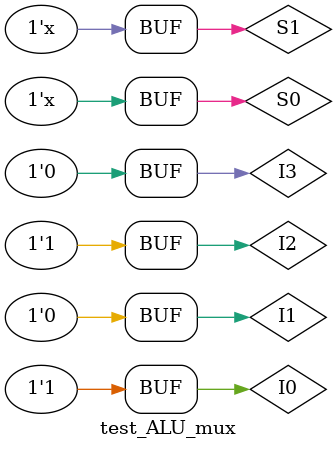
<source format=v>
/* *********************************************************************** */
/*** WRITE THE CODE OF 1-BIT ALU HERE ***/
/* 1- BIT ALU CODE BEGINS HERE */
module oneBitALU (Result, Co, a, b, Cin, b_invert, operation);
   input a, b, Cin, b_invert;
   input [1:0] operation;
   output Result, Co;
   wire xorBBinv, aB, a_b, sum;
   xor (xorBBinv, b, b_invert);
   and (aB, a, xorBBinv);
   or (a_b, a, xorBBinv);
   fullAdder FA1 (a, xorBBinv, Cin, Co, sum);
   fourXOneMux ALUMux (Result, aB, a_b, sum, 1'b0, operation[0], operation[1]);
endmodule
/* 1- BIT ALU CODE ENDS HERE */
/* *********************************************************************** */

module halfAdder (S,C,x,y); 
   input x,y; 
   output S,C; 
//Instantiate primitive gates 
   xor (S,x,y); 
   and (C,x,y); 
endmodule

module fullAdder(x,y,z,C,S); //full adder with cascading halfadders
   input x,y,z; 
   output S,C; 
   wire S1,D1,D2; //Outputs of first XOR and two AND gates 
//Instantiate the halfadders 
    halfAdder HA1 (S1,D1,x,y), 
              HA2 (S,D2,S1,z); 
    or g1(C,D2,D1); 
endmodule

/* *********************************************************************** */

/*** WRITE THE CODE OF 4x1 MUX HERE (FROM LAB 7 PART 1a. ***/
/* 4x1 MUX CODE BEGINS HERE */
module fourXOneMux    (Y, I0, I1, I2, I3, S0, S1);
   output Y;
   input I0, I1, I2, I3, S0, S1;
   wire T0, T1, T2, T3, S0bar, S1bar;
   not (S0bar, S0);
   not (S1bar, S1);
   and (T0, I0, S1bar, S0bar);
   and (T1, I1, S1bar, S0);
   and (T2, I2, S1, S0bar);
   and (T3, I3, S1, S0);
   or (Y, T0, T1, T2, T3);
endmodule
/* 4x1 MUX CODE ENDS HERE */


/* *********************************************************************** */

/*** WRITE THE CODE OF 4-BIT ALU HERE ***/
/* 4- BIT ALU CODE BEGINS HERE */
module fourBitALU (Result, overflow, A, B, Operation);
   input [2:0] Operation;
   input [3:0] A, B;
   output [3:0] Result;
   output overflow;
   wire C0, C1, C2;
   oneBitALU ALU0 (Result[0], C0, A[0], B[0], Operation[2], Operation[2], Operation[1:0]);
   oneBitALU ALU1 (Result[1], C1, A[1], B[1], C0, Operation[2], Operation[1:0]);
   oneBitALU ALU2 (Result[2], C2, A[2], B[2], C1, Operation[2], Operation[1:0]);
   oneBitALU ALU3 (Result[3], overflow, A[3], B[3], C2, Operation[2], Operation[1:0]);
endmodule
/* 4- BIT ALU CODE ENDS HERE */


/* *********************************************************************** */
/* WRITE THE BEHAVIORAL CODE OF LI DECODER HERE */
// LI decoder. 0 if 100, 1 otherwise
module liDecoder (dectomux, opcode8, opcode7, opcode6);
   input opcode8, opcode7, opcode6;
   output dectomux;
   assign dectomux = (opcode8 == 1'b1 && opcode7 == 1'b0 && opcode6 == 1'b0)? 1'b0 : 1'b1;
endmodule
/* LI DECODER CODE ENDS HERE */


/* *********************************************************************** */


/* *********************************************************************** */
/* WRITE THE BEHAVIORAL CODE OF QUADRUPLE 2x1 MUX HERE */
// QUADRUPLE 2x1 MUX CODE STARTS HERE
module quadTwoXOneMux (Y, I0, I1, S);
   input S;
   input [3:0] I0, I1;
   output [3:0] Y;
   //reg [3:0] Y;
   assign Y = (S)? I1 : I0;
//   always @ (S)
//   case (S)
//      1'b0:
//         Y = I0;
//      1'b1:
//         Y = I1;
//   endcase
endmodule
/* QUADRUPLE 2x1 MUX CODE ENDS HERE */


/* *********************************************************************** */




/* 1-BIT D-FF STARTS HERE: BEHAVIORAL MODELING (NEG EDGE TRIGGER)*/
//D flip-flop
module DLatch(D, En, Q);
   input D, En;
   output Q;
   wire Dbar, T1, T2, Qbar;
   not (Dbar, D);
   nand (T1, D, En);
   nand (T2, Dbar, En);
   nand (Q, T1, Qbar);
   nand (Qbar, T2, Q);
endmodule

module DFlipFlop(D, En, Q);
   input D, En;
   output Q;
   wire EnBar, Y;
   not (EnBar, En);
   DLatch DL1 (D, En, Y);
   DLatch DL2 (Y, EnBar, Q);
endmodule
//1- BIT DFF ENDS HERE 


/* *********************************************************************** */



/* 9-bit INSTRUCTION REGISTRER STARTS HERE: USING 1-bit DFF*/
// Instruction register. Must be completed. 
module NineBitRegister (In, CLK, Out);
   input[8:0] In;
   input CLK;
   output[8:0] Out;
   DFlipFlop DFF0 (In[0], CLK, Out[0]);
   DFlipFlop DFF1 (In[1], CLK, Out[1]);
   DFlipFlop DFF2 (In[2], CLK, Out[2]);
   DFlipFlop DFF3 (In[3], CLK, Out[3]);
   DFlipFlop DFF4 (In[4], CLK, Out[4]);
   DFlipFlop DFF5 (In[5], CLK, Out[5]);
   DFlipFlop DFF6 (In[6], CLK, Out[6]);
   DFlipFlop DFF7 (In[7], CLK, Out[7]);
   DFlipFlop DFF8 (In[8], CLK, Out[8]);
endmodule
/* INSTRUCTION REGISTER ENDS HERE */



/* *********************************************************************** */



/* 4-bit register file implemented in behavioral modeling (don't change it).*/
module regfile (ReadReg1,ReadReg2,WriteReg,WriteData,ReadData1,ReadData2,CLK);
  input [1:0] ReadReg1,ReadReg2,WriteReg;
  input [3:0] WriteData;
  input CLK;
  output [3:0] ReadData1,ReadData2;
  reg [3:0] Regs[0:3]; 
  assign ReadData1 = Regs[ReadReg1];
  assign ReadData2 = Regs[ReadReg2];
  initial Regs[0] = 0;
  always @(negedge CLK)
     Regs[WriteReg] <= WriteData;
endmodule


/* *********************************************************************** */



// FINAL CPU MODULE STARTS HERE *//
// FINISH THE CODE //


module cpu (Instruction, WriteData, CLK);
   input [8:0] Instruction; // 9bits for mips instructions
   input CLK; // clock
   output [3:0] WriteData; // 4bit output of cp
   
   wire [8:0] IR; // instruction register
   
// Declare more wires as needed
   wire dectomux, oF;
   wire [3:0] result;
   wire [3:0] A, B;   // ReadData Wires
/* INSTANTIATE ALL THE MODULES AS PER FIGURE 1. The OP code and other fiels of this register that have to be 
   passed to other modules must be represented by their respective 
   indices (see the register file instance below).
*/
   NineBitRegister register (Instruction, CLK, IR);



// Define the module for the quadruple 2x1 mux and instatiate it here.
   quadTwoXOneMux mux (WriteData, IR[5:2], result, dectomux);

   

// Define the module for the LI decoder and instantiate it here.
   liDecoder li (dectomux, IR[8], IR[7], IR[6]);
   

// register file (the module definition is incuded in this file)
   regfile regs(IR[5:4],IR[3:2],IR[1:0], WriteData, A, B, CLK);



// Define a module for the ALU and instantiate it here.
   fourBitALU fBALU (result, oF, A, B, IR[8:6]);
   
   
endmodule

/* *********************************************************************** */


/* *********************************************************************** */

/* THIS IS THE TESTBENCH. DO NOT CHANGE ANYTHING HERE. USE IT TO TEST YOUR CIRCUIT*/


// Test module. Add more instructions as provided in the test program.
module test_cpu;
   reg [8:0] Instruction;
   reg CLK;
   wire [3:0] WriteData;
   cpu cpu1 (Instruction, WriteData, CLK);

   initial
   begin
            // LI  $2, 15  # load decimal 15 in $2; $2=1111, which is -1 in 2's comp
        #0 Instruction = 9'b100111110; 
        #0 CLK=1;
        #1 CLK=0; // negative edge - execute instruction

/* Machine code for the test program instructions are input here.
   Use the format shown above. Pay attention to the register
   order - the destination register is first in the assembly code
   and last (LSB) in the machine code.
   After each instruction a negative edge must be generated.
*/
	  
      //LI  $3, 8        # load decimal 8 (unsigned binary) into $3; $3= 1000, which is -8 in 2's comp
        #1 Instruction = 9'b100100011; 
        #1 CLK=1;
        #1 CLK=0; // negative edge - execute instruction
	  
      //AND $1, $2, $3   # $1 = $2 AND $3 ($1= 1000)
        #1 Instruction = 9'b000101101; 
        #1 CLK=1;
        #1 CLK=0; // negative edge - execute instruction
	  
      //SUB $3, $1, $2   # $3 = $1 - $2 = -8 - (-1) = -7 ($3=1001, which is -7 in 2's complement)
        #1 Instruction = 9'b110011011; 
        #1 CLK=1;
        #1 CLK=0; // negative edge - execute instruction
 
 
      //ADD $1, $2, $3   # $1 = $2 + $3 = -1 + (-7) = -8  ($1=1000, which is -8 in 2's complement)
        #1 Instruction = 9'b010101101; 
        #1 CLK=1;
        #1 CLK=0; // negative edge - execute instruction

      //SUB $2, $3, $1   # $2 = $3 - $1 = -7 - (-8) = 1 ($3= 0001, which is +1 in 2's comp)
        #1 Instruction = 9'b110110110; 
        #1 CLK=1;
        #1 CLK=0; // negative edge - execute instruction
 
      //OR  $3, $1, $2   # $3 = $1 OR $2 = 1001 ($3= 1000 | 0001= 1001)
        #1 Instruction = 9'b001011011; 
        #1 CLK=1;
        #1 CLK=0; // negative edge - execute instruction
   end

endmodule
/* *********************************************************************** */

//Additional Testbenches:
//LI Testbench:
module test_li();
   reg opcode8, opcode7, opcode6;
   wire dectomux;
   liDecoder li (dectomux, opcode8, opcode7, opcode6);
   initial
   begin
   opcode8 = 1'b0;
   opcode7 = 1'b0;
   opcode6 = 1'b0;
   end
   always #4 opcode8=~opcode8;
   always #2 opcode7=~opcode7;
   always #1 opcode6=~opcode6;
endmodule

//Mux Testbench:
module test_mux();
   reg [3:0] I0, I1;
   reg S;
   wire [3:0] Y;
   quadTwoXOneMux mux (Y, I0, I1, S);
   initial
   begin
   I0 = 4'b1010;
   I1 = 4'b0101;
   S = 1'b0;
   end
   always #1 S=~S;
endmodule

//4-Bit ALU Testbench:
module test_quad_ALU();
   reg [3:0] A, B;
   reg [2:0] Op;
   wire [3:0] Result;
   wire overflow;
   fourBitALU ALU (Result[3:0], overflow, A[3:0], B[3:0], Op[2:0]);
   initial
   begin
   A = 4'b0000;
   B = 4'b0000;
   Op = 3'b000;
   end
   always
   begin
   #1 Op = 3'b001;
   #1 Op = 3'b010;
   #1 Op = 3'b110;
   #1 Op = 3'b000;
   end
   always #4 A[0] = ~A[0];
   always #8 A[1] = ~A[1];
   always #16 A[2] = ~A[2];
   always #32 A[3] = ~A[3];
   always #64 B[0] = ~B[0];
   always #128 B[1] = ~B[1];
   always #256 B[2] = ~B[2];
   always #512 B[3] = ~B[3];
endmodule

//1-Bit ALU Testbench:
module test_ALU();
   reg a, b, Cin, b_invert;
   reg [1:0] operation;
   wire Result, Co;
   oneBitALU ALU (Result, Co, a, b, Cin, b_invert, operation[1:0]);
   initial
   begin
   a = 1'b0;
   b = 1'b0;
   Cin = 1'b0;
   b_invert = ~b;
   operation[1] = 1'b0;
   operation[0] = 1'b0;
   end
   always
   begin
   #1 operation[1] = 0;
   #0 operation[0] = 1;
   #1 operation[1] = 1;
   #0 operation[0] = 0;
   #1 operation[1] = 0;
   #0 operation[0] = 0;
   end
   always #3 Cin = ~Cin;
   always #6 b = ~b;
   always #6 b_invert = ~b_invert;
   always #12 a = ~a;
endmodule

//Half Adder Testbench:
module test_half_adder();
   reg x, y;
   wire S, C;
   halfAdder HA (S, C, x, y);
   initial
   begin
   x = 1'b0;
   y = 1'b0;
   end
   always #2 x = ~x;
   always #1 y = ~y;
endmodule

//Full Adder Testbench:
module test_full_adder();
   reg x, y, z;
   wire S, C;
   fullAdder FA (x, y, z, C, S);
   initial
   begin
   x = 1'b0;
   y = 1'b0;
   z = 1'b0;
   end
   always #4 x = ~x;
   always #2 y = ~y;
   always #1 z = ~z;
endmodule

//ALU Mux Testbench:
module test_ALU_mux();
   reg I0, I1, I2, I3, S0, S1;
   wire Y;
   fourXOneMux MUX (Y, I0, I1, I2, I3, S0, S1);
   initial
   begin
   I0 = 1'b1;
   I1 = 1'b0;
   I2 = 1'b1;
   I3 = 1'b0;
   S1 = 1'b0;
   S0 = 1'b0;
   end
   always #2 S1 = ~S1;
   always #1 S0 = ~S0;
endmodule
</source>
